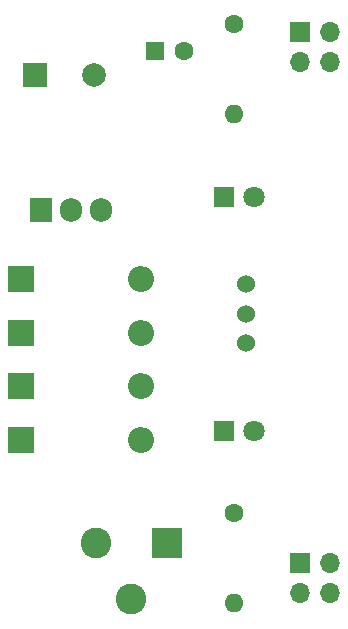
<source format=gbs>
G04 #@! TF.GenerationSoftware,KiCad,Pcbnew,(5.1.9)-1*
G04 #@! TF.CreationDate,2021-01-12T20:24:35-08:00*
G04 #@! TF.ProjectId,BreadboardPowerSupply,42726561-6462-46f6-9172-64506f776572,1*
G04 #@! TF.SameCoordinates,Original*
G04 #@! TF.FileFunction,Soldermask,Bot*
G04 #@! TF.FilePolarity,Negative*
%FSLAX46Y46*%
G04 Gerber Fmt 4.6, Leading zero omitted, Abs format (unit mm)*
G04 Created by KiCad (PCBNEW (5.1.9)-1) date 2021-01-12 20:24:35*
%MOMM*%
%LPD*%
G01*
G04 APERTURE LIST*
%ADD10R,2.000000X2.000000*%
%ADD11C,2.000000*%
%ADD12R,1.600000X1.600000*%
%ADD13C,1.600000*%
%ADD14R,2.200000X2.200000*%
%ADD15O,2.200000X2.200000*%
%ADD16R,1.800000X1.800000*%
%ADD17C,1.800000*%
%ADD18R,2.600000X2.600000*%
%ADD19C,2.600000*%
%ADD20R,1.700000X1.700000*%
%ADD21O,1.700000X1.700000*%
%ADD22O,1.600000X1.600000*%
%ADD23C,1.524000*%
%ADD24R,1.905000X2.000000*%
%ADD25O,1.905000X2.000000*%
G04 APERTURE END LIST*
D10*
G04 #@! TO.C,C1*
X104775000Y-82042000D03*
D11*
X109775000Y-82042000D03*
G04 #@! TD*
D12*
G04 #@! TO.C,C2*
X114935000Y-80010000D03*
D13*
X117435000Y-80010000D03*
G04 #@! TD*
D14*
G04 #@! TO.C,D1*
X103632000Y-108373332D03*
D15*
X113792000Y-108373332D03*
G04 #@! TD*
D14*
G04 #@! TO.C,D2*
X103632000Y-99314000D03*
D15*
X113792000Y-99314000D03*
G04 #@! TD*
G04 #@! TO.C,D3*
X113792000Y-112903000D03*
D14*
X103632000Y-112903000D03*
G04 #@! TD*
D15*
G04 #@! TO.C,D4*
X113792000Y-103843666D03*
D14*
X103632000Y-103843666D03*
G04 #@! TD*
D16*
G04 #@! TO.C,D5*
X120777000Y-112141000D03*
D17*
X123317000Y-112141000D03*
G04 #@! TD*
G04 #@! TO.C,D6*
X123317000Y-92329000D03*
D16*
X120777000Y-92329000D03*
G04 #@! TD*
D18*
G04 #@! TO.C,J1*
X115951000Y-121666000D03*
D19*
X109951000Y-121666000D03*
X112951000Y-126366000D03*
G04 #@! TD*
D20*
G04 #@! TO.C,J2*
X127254000Y-78359000D03*
D21*
X129794000Y-78359000D03*
X127254000Y-80899000D03*
X129794000Y-80899000D03*
G04 #@! TD*
G04 #@! TO.C,J3*
X129794000Y-125857000D03*
X127254000Y-125857000D03*
X129794000Y-123317000D03*
D20*
X127254000Y-123317000D03*
G04 #@! TD*
D13*
G04 #@! TO.C,R1*
X121666000Y-119126000D03*
D22*
X121666000Y-126746000D03*
G04 #@! TD*
G04 #@! TO.C,R2*
X121666000Y-85344000D03*
D13*
X121666000Y-77724000D03*
G04 #@! TD*
D23*
G04 #@! TO.C,SW1*
X122650680Y-102235000D03*
X122650680Y-99745800D03*
X122650680Y-104724200D03*
G04 #@! TD*
D24*
G04 #@! TO.C,U1*
X105283000Y-93472000D03*
D25*
X107823000Y-93472000D03*
X110363000Y-93472000D03*
G04 #@! TD*
M02*

</source>
